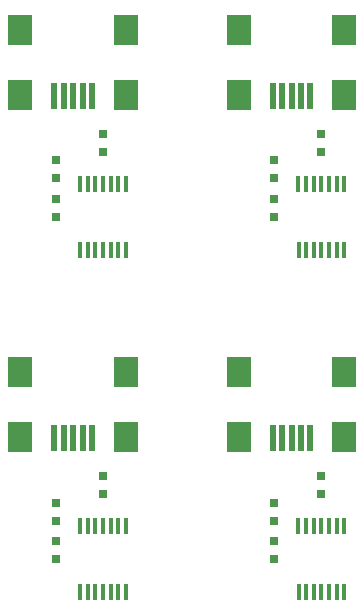
<source format=gtp>
%MOIN*%
%OFA0B0*%
%FSLAX46Y46*%
%IPPOS*%
%LPD*%
%ADD10R,0.029527559055118113X0.031496062992125991*%
%ADD11R,0.07874015748031496X0.0984251968503937*%
%ADD12R,0.01968503937007874X0.0905511811023622*%
%ADD13R,0.017X0.055000000000000007*%
%ADD24R,0.029527559055118113X0.031496062992125991*%
%ADD25R,0.07874015748031496X0.0984251968503937*%
%ADD26R,0.01968503937007874X0.0905511811023622*%
%ADD27R,0.017X0.055000000000000007*%
%ADD28R,0.029527559055118113X0.031496062992125991*%
%ADD29R,0.07874015748031496X0.0984251968503937*%
%ADD30R,0.01968503937007874X0.0905511811023622*%
%ADD31R,0.017X0.055000000000000007*%
%ADD32R,0.029527559055118113X0.031496062992125991*%
%ADD33R,0.07874015748031496X0.0984251968503937*%
%ADD34R,0.01968503937007874X0.0905511811023622*%
%ADD35R,0.017X0.055000000000000007*%
G01*
D10*
X0000059055Y0001102362D02*
X0000393700Y0000620078D03*
X0000393700Y0000679133D03*
X0000236220Y0000531496D03*
X0000236220Y0000590551D03*
X0000236220Y0000403543D03*
X0000236220Y0000462598D03*
D11*
X0000119094Y0001026574D03*
X0000119094Y0000810039D03*
X0000469488Y0001026574D03*
X0000469488Y0000810039D03*
D12*
X0000231299Y0000806102D03*
X0000262795Y0000806102D03*
X0000294291Y0000806102D03*
X0000325787Y0000806102D03*
X0000357283Y0000806102D03*
D13*
X0000317200Y0000513543D03*
X0000342700Y0000513543D03*
X0000368200Y0000513543D03*
X0000393700Y0000513543D03*
X0000419700Y0000513543D03*
X0000445200Y0000513543D03*
X0000470700Y0000513543D03*
X0000470700Y0000293543D03*
X0000445200Y0000293543D03*
X0000419700Y0000293543D03*
X0000393700Y0000293543D03*
X0000368700Y0000293543D03*
X0000342700Y0000293543D03*
X0000317700Y0000293543D03*
G04 next file*
G04 #@! TF.GenerationSoftware,KiCad,Pcbnew,(5.0.0)*
G04 #@! TF.CreationDate,2018-09-18T20:25:08+02:00*
G04 #@! TF.ProjectId,pcb_relay_main,7063625F72656C61795F6D61696E2E6B,rev?*
G04 #@! TF.SameCoordinates,PXeb14aa0PY7f13bd0*
G04 #@! TF.FileFunction,Paste,Top*
G04 #@! TF.FilePolarity,Positive*
G04 Gerber Fmt 4.6, Leading zero omitted, Abs format (unit mm)*
G04 Created by KiCad (PCBNEW (5.0.0)) date 09/18/18 20:25:08*
G01*
G04 APERTURE LIST*
G04 APERTURE END LIST*
D24*
G04 #@! TO.C,C1*
X0000787401Y0001102362D02*
X0001122047Y0000620078D03*
X0001122047Y0000679133D03*
G04 #@! TD*
G04 #@! TO.C,C2*
X0000964566Y0000531496D03*
X0000964566Y0000590551D03*
G04 #@! TD*
G04 #@! TO.C,C3*
X0000964566Y0000403543D03*
X0000964566Y0000462598D03*
G04 #@! TD*
D25*
G04 #@! TO.C,J2*
X0000847440Y0001026574D03*
X0000847440Y0000810039D03*
X0001197834Y0001026574D03*
X0001197834Y0000810039D03*
D26*
X0000959645Y0000806102D03*
X0000991141Y0000806102D03*
X0001022637Y0000806102D03*
X0001054133Y0000806102D03*
X0001085629Y0000806102D03*
G04 #@! TD*
D27*
G04 #@! TO.C,U1*
X0001045547Y0000513543D03*
X0001071047Y0000513543D03*
X0001096547Y0000513543D03*
X0001122047Y0000513543D03*
X0001148047Y0000513543D03*
X0001173547Y0000513543D03*
X0001199047Y0000513543D03*
X0001199047Y0000293543D03*
X0001173547Y0000293543D03*
X0001148047Y0000293543D03*
X0001122047Y0000293543D03*
X0001097047Y0000293543D03*
X0001071047Y0000293543D03*
X0001046047Y0000293543D03*
G04 #@! TD*
G04 next file*
G04 #@! TF.GenerationSoftware,KiCad,Pcbnew,(5.0.0)*
G04 #@! TF.CreationDate,2018-09-18T20:25:08+02:00*
G04 #@! TF.ProjectId,pcb_relay_main,7063625F72656C61795F6D61696E2E6B,rev?*
G04 #@! TF.SameCoordinates,PXeb14aa0PY7f13bd0*
G04 #@! TF.FileFunction,Paste,Top*
G04 #@! TF.FilePolarity,Positive*
G04 Gerber Fmt 4.6, Leading zero omitted, Abs format (unit mm)*
G04 Created by KiCad (PCBNEW (5.0.0)) date 09/18/18 20:25:08*
G01*
G04 APERTURE LIST*
G04 APERTURE END LIST*
D28*
G04 #@! TO.C,C1*
X0000059055Y0002244094D02*
X0000393700Y0001761811D03*
X0000393700Y0001820866D03*
G04 #@! TD*
G04 #@! TO.C,C2*
X0000236220Y0001673228D03*
X0000236220Y0001732283D03*
G04 #@! TD*
G04 #@! TO.C,C3*
X0000236220Y0001545275D03*
X0000236220Y0001604330D03*
G04 #@! TD*
D29*
G04 #@! TO.C,J2*
X0000119094Y0002168307D03*
X0000119094Y0001951771D03*
X0000469488Y0002168307D03*
X0000469488Y0001951771D03*
D30*
X0000231299Y0001947834D03*
X0000262795Y0001947834D03*
X0000294291Y0001947834D03*
X0000325787Y0001947834D03*
X0000357283Y0001947834D03*
G04 #@! TD*
D31*
G04 #@! TO.C,U1*
X0000317200Y0001655275D03*
X0000342700Y0001655275D03*
X0000368200Y0001655275D03*
X0000393700Y0001655275D03*
X0000419700Y0001655275D03*
X0000445200Y0001655275D03*
X0000470700Y0001655275D03*
X0000470700Y0001435275D03*
X0000445200Y0001435275D03*
X0000419700Y0001435275D03*
X0000393700Y0001435275D03*
X0000368700Y0001435275D03*
X0000342700Y0001435275D03*
X0000317700Y0001435275D03*
G04 #@! TD*
G04 next file*
G04 #@! TF.GenerationSoftware,KiCad,Pcbnew,(5.0.0)*
G04 #@! TF.CreationDate,2018-09-18T20:25:08+02:00*
G04 #@! TF.ProjectId,pcb_relay_main,7063625F72656C61795F6D61696E2E6B,rev?*
G04 #@! TF.SameCoordinates,PXeb14aa0PY7f13bd0*
G04 #@! TF.FileFunction,Paste,Top*
G04 #@! TF.FilePolarity,Positive*
G04 Gerber Fmt 4.6, Leading zero omitted, Abs format (unit mm)*
G04 Created by KiCad (PCBNEW (5.0.0)) date 09/18/18 20:25:08*
G01*
G04 APERTURE LIST*
G04 APERTURE END LIST*
D32*
G04 #@! TO.C,C1*
X0000787401Y0002244094D02*
X0001122047Y0001761811D03*
X0001122047Y0001820866D03*
G04 #@! TD*
G04 #@! TO.C,C2*
X0000964566Y0001673228D03*
X0000964566Y0001732283D03*
G04 #@! TD*
G04 #@! TO.C,C3*
X0000964566Y0001545275D03*
X0000964566Y0001604330D03*
G04 #@! TD*
D33*
G04 #@! TO.C,J2*
X0000847440Y0002168307D03*
X0000847440Y0001951771D03*
X0001197834Y0002168307D03*
X0001197834Y0001951771D03*
D34*
X0000959645Y0001947834D03*
X0000991141Y0001947834D03*
X0001022637Y0001947834D03*
X0001054133Y0001947834D03*
X0001085629Y0001947834D03*
G04 #@! TD*
D35*
G04 #@! TO.C,U1*
X0001045547Y0001655275D03*
X0001071047Y0001655275D03*
X0001096547Y0001655275D03*
X0001122047Y0001655275D03*
X0001148047Y0001655275D03*
X0001173547Y0001655275D03*
X0001199047Y0001655275D03*
X0001199047Y0001435275D03*
X0001173547Y0001435275D03*
X0001148047Y0001435275D03*
X0001122047Y0001435275D03*
X0001097047Y0001435275D03*
X0001071047Y0001435275D03*
X0001046047Y0001435275D03*
G04 #@! TD*
M02*
</source>
